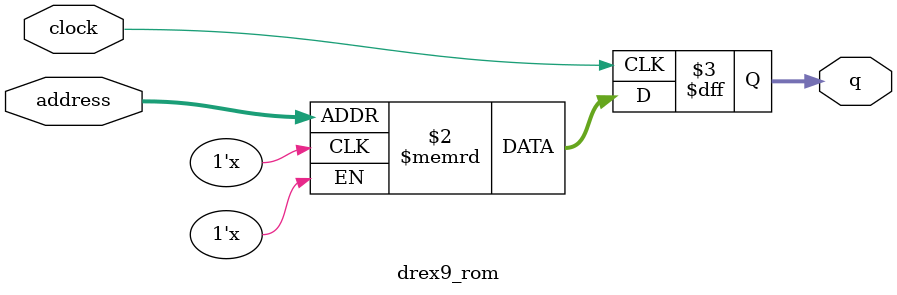
<source format=sv>
module drex9_rom (
	input logic clock,
	input logic [9:0] address,
	output logic [3:0] q
);

logic [3:0] memory [0:1023] /* synthesis ram_init_file = "./drex9/drex9.mif" */;

always_ff @ (posedge clock) begin
	q <= memory[address];
end

endmodule

</source>
